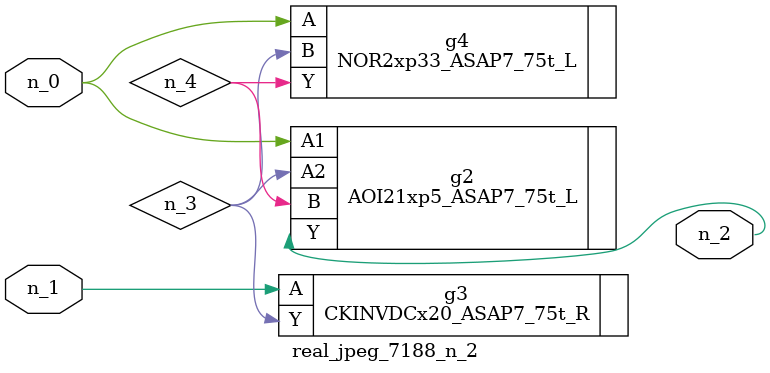
<source format=v>
module real_jpeg_7188_n_2 (n_1, n_0, n_2);

input n_1;
input n_0;

output n_2;

wire n_4;
wire n_3;

AOI21xp5_ASAP7_75t_L g2 ( 
.A1(n_0),
.A2(n_3),
.B(n_4),
.Y(n_2)
);

NOR2xp33_ASAP7_75t_L g4 ( 
.A(n_0),
.B(n_3),
.Y(n_4)
);

CKINVDCx20_ASAP7_75t_R g3 ( 
.A(n_1),
.Y(n_3)
);


endmodule
</source>
